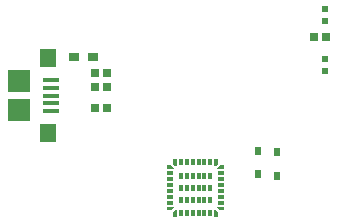
<source format=gtp>
G04*
G04 #@! TF.GenerationSoftware,Altium Limited,Altium Designer,19.0.14 (431)*
G04*
G04 Layer_Color=8421504*
%FSLAX43Y43*%
%MOMM*%
G71*
G01*
G75*
%ADD14R,0.300X0.600*%
%ADD15R,0.600X0.300*%
%ADD16R,0.300X0.600*%
%ADD17R,0.660X0.635*%
%ADD18R,0.950X0.700*%
%ADD19R,0.500X0.800*%
%ADD20R,0.600X0.600*%
%ADD21R,1.350X0.400*%
%ADD22R,1.900X1.900*%
%ADD23R,1.400X1.600*%
G36*
X14400Y2775D02*
Y2675D01*
X14200Y2475D01*
X13800D01*
Y2775D01*
X14400Y2775D01*
D02*
G37*
G36*
X14650Y1925D02*
X14350D01*
Y2325D01*
X14550Y2525D01*
X14650D01*
X14650Y1925D01*
D02*
G37*
G36*
X14650Y6225D02*
X14550D01*
X14350Y6425D01*
X14351Y6825D01*
X14649D01*
X14650Y6225D01*
D02*
G37*
G36*
X14400Y6075D02*
Y5975D01*
X13800Y5975D01*
Y6275D01*
X14200D01*
X14400Y6075D01*
D02*
G37*
G36*
X18700Y2475D02*
X18300D01*
X18100Y2675D01*
Y2775D01*
X18700Y2775D01*
Y2475D01*
D02*
G37*
G36*
X18150Y2325D02*
Y1925D01*
X17850D01*
X17850Y2525D01*
X17950D01*
X18150Y2325D01*
D02*
G37*
G36*
Y6425D02*
X17950Y6225D01*
X17850D01*
X17850Y6825D01*
X18150D01*
Y6425D01*
D02*
G37*
G36*
X18700Y5975D02*
X18100Y5975D01*
Y6075D01*
X18300Y6275D01*
X18700D01*
Y5975D01*
D02*
G37*
D14*
X15000Y4375D02*
D03*
Y3375D02*
D03*
Y5375D02*
D03*
X15500Y4375D02*
D03*
Y5375D02*
D03*
Y3375D02*
D03*
X17000Y4375D02*
D03*
Y3375D02*
D03*
Y5375D02*
D03*
X17500Y4375D02*
D03*
Y5375D02*
D03*
Y3375D02*
D03*
X16500Y3375D02*
D03*
Y5375D02*
D03*
Y4375D02*
D03*
X16000Y5375D02*
D03*
Y3375D02*
D03*
Y4375D02*
D03*
D15*
X14100Y3125D02*
D03*
X14100Y3625D02*
D03*
X14100Y4125D02*
D03*
Y4625D02*
D03*
X14100Y5125D02*
D03*
Y5625D02*
D03*
X18400Y3125D02*
D03*
X18400Y3625D02*
D03*
X18400Y4125D02*
D03*
Y4625D02*
D03*
X18400Y5125D02*
D03*
Y5625D02*
D03*
D16*
X15000Y2225D02*
D03*
X15500Y2225D02*
D03*
X16000Y2225D02*
D03*
X16500D02*
D03*
X17000Y2225D02*
D03*
X17500D02*
D03*
X17500Y6525D02*
D03*
X17000D02*
D03*
X16500Y6525D02*
D03*
X16000D02*
D03*
X15500Y6525D02*
D03*
X15000Y6525D02*
D03*
D17*
X27283Y17125D02*
D03*
X26317D02*
D03*
X8733Y11125D02*
D03*
X7767D02*
D03*
X8733Y12875D02*
D03*
X7767D02*
D03*
X8733Y14125D02*
D03*
X7767D02*
D03*
D18*
X7575Y15475D02*
D03*
X5925D02*
D03*
D19*
X21500Y7500D02*
D03*
Y5500D02*
D03*
X23125Y7375D02*
D03*
Y5375D02*
D03*
D20*
X27250Y14225D02*
D03*
Y15275D02*
D03*
X27225Y19525D02*
D03*
Y18475D02*
D03*
D21*
X4000Y13475D02*
D03*
Y12825D02*
D03*
Y12175D02*
D03*
Y11525D02*
D03*
Y10875D02*
D03*
D22*
X1325Y13375D02*
D03*
Y10975D02*
D03*
D23*
X3775Y15375D02*
D03*
Y8975D02*
D03*
M02*

</source>
